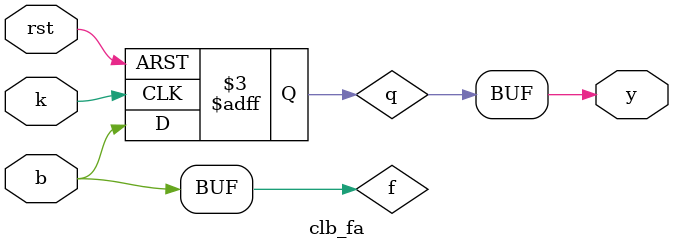
<source format=v>
module clb_fa(
	input b,
	input k,
	input rst,
	output y
);

	wire f;
	reg q;
	
	assign f = b;
	
	always @(posedge k, negedge rst) begin
		if (rst == 1'b0) begin
			q <= 1'b0;
		end else begin
			q <= f;
		end
	end
	
	assign y = q;
	
endmodule


</source>
